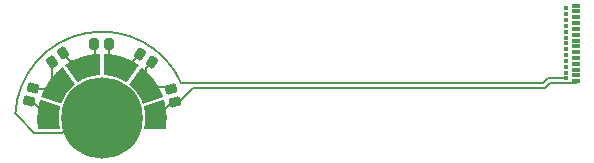
<source format=gtl>
%TF.GenerationSoftware,KiCad,Pcbnew,9.0.3*%
%TF.CreationDate,2025-08-08T19:50:08+03:00*%
%TF.ProjectId,Left,4c656674-2e6b-4696-9361-645f70636258,rev?*%
%TF.SameCoordinates,Original*%
%TF.FileFunction,Copper,L1,Top*%
%TF.FilePolarity,Positive*%
%FSLAX46Y46*%
G04 Gerber Fmt 4.6, Leading zero omitted, Abs format (unit mm)*
G04 Created by KiCad (PCBNEW 9.0.3) date 2025-08-08 19:50:08*
%MOMM*%
%LPD*%
G01*
G04 APERTURE LIST*
G04 Aperture macros list*
%AMRoundRect*
0 Rectangle with rounded corners*
0 $1 Rounding radius*
0 $2 $3 $4 $5 $6 $7 $8 $9 X,Y pos of 4 corners*
0 Add a 4 corners polygon primitive as box body*
4,1,4,$2,$3,$4,$5,$6,$7,$8,$9,$2,$3,0*
0 Add four circle primitives for the rounded corners*
1,1,$1+$1,$2,$3*
1,1,$1+$1,$4,$5*
1,1,$1+$1,$6,$7*
1,1,$1+$1,$8,$9*
0 Add four rect primitives between the rounded corners*
20,1,$1+$1,$2,$3,$4,$5,0*
20,1,$1+$1,$4,$5,$6,$7,0*
20,1,$1+$1,$6,$7,$8,$9,0*
20,1,$1+$1,$8,$9,$2,$3,0*%
%AMFreePoly0*
4,1,24,1.023536,0.953536,1.025000,0.950000,1.024903,0.949019,0.934970,0.499355,0.905008,0.000000,0.934970,-0.499355,1.034903,-0.999019,1.034160,-1.002774,1.031539,-1.004757,-0.668461,-1.554757,-0.672276,-1.554452,-0.674757,-1.551539,-0.674881,-1.551085,-0.854881,-0.741085,-0.854989,-0.740337,-0.904989,-0.000337,-0.904986,0.000374,-0.844986,0.800374,-0.844956,0.800661,-0.824956,0.950661,
-0.823037,0.953972,-0.820000,0.955000,1.020000,0.955000,1.023536,0.953536,1.023536,0.953536,$1*%
%AMFreePoly1*
4,1,24,-0.668462,1.554757,1.031539,1.004757,1.034452,1.002276,1.034903,0.999019,0.934970,0.499355,0.905008,0.000000,0.934970,-0.499355,1.034903,-0.999019,1.034160,-1.002774,1.031539,-1.004757,-0.668461,-1.554757,-0.672276,-1.554452,-0.674757,-1.551539,-0.674881,-1.551085,-0.854881,-0.741085,-0.854989,-0.740337,-0.904989,-0.000337,-0.904986,0.000374,-0.844986,0.800374,-0.844876,0.801105,
-0.674876,1.551105,-0.672667,1.554230,-0.668896,1.554876,-0.668462,1.554757,-0.668462,1.554757,$1*%
%AMFreePoly2*
4,1,27,0.393786,1.673266,0.394059,1.672919,1.444059,0.212919,1.444935,0.209194,1.443334,0.206274,1.063594,-0.133492,0.734066,-0.522935,0.484435,-0.932330,0.274565,-1.402040,0.271786,-1.404670,0.268444,-1.404752,-1.441556,-0.844752,-1.444460,-0.842260,-1.444752,-0.838444,-1.444572,-0.837975,-1.134572,-0.137975,-1.134260,-0.137383,-0.802997,0.401880,-0.793729,0.424257,-0.738222,0.507327,
-0.704260,0.562617,-0.703780,0.563273,-0.123780,1.233273,-0.123266,1.233786,0.386734,1.673786,0.390367,1.674986,0.393786,1.673266,0.393786,1.673266,$1*%
%AMFreePoly3*
4,1,24,-0.668461,1.554757,1.031539,1.004757,1.034452,1.002276,1.034903,0.999019,0.934970,0.499355,0.905011,0.000035,0.934970,-0.409408,1.024932,-0.949178,1.024069,-0.952906,1.020822,-0.954932,1.020000,-0.955000,-0.820000,-0.955000,-0.823536,-0.953536,-0.824954,-0.950680,-0.894954,-0.440680,-0.894999,-0.440114,-0.904999,-0.000114,-0.904986,0.000374,-0.844986,0.800374,-0.844876,0.801105,
-0.674876,1.551105,-0.672667,1.554230,-0.668895,1.554876,-0.668461,1.554757,-0.668461,1.554757,$1*%
G04 Aperture macros list end*
%TA.AperFunction,Conductor*%
%ADD10C,0.200000*%
%TD*%
%TA.AperFunction,SMDPad,CuDef*%
%ADD11RoundRect,0.200000X-0.014532X0.360262X-0.338139X0.125148X0.014532X-0.360262X0.338139X-0.125148X0*%
%TD*%
%TA.AperFunction,SMDPad,CuDef*%
%ADD12RoundRect,0.200000X0.338139X0.125148X0.014532X0.360262X-0.338139X-0.125148X-0.014532X-0.360262X0*%
%TD*%
%TA.AperFunction,SMDPad,CuDef*%
%ADD13RoundRect,0.200000X0.200000X0.300000X-0.200000X0.300000X-0.200000X-0.300000X0.200000X-0.300000X0*%
%TD*%
%TA.AperFunction,SMDPad,CuDef*%
%ADD14RoundRect,0.200000X-0.223514X0.282916X-0.347120X-0.097506X0.223514X-0.282916X0.347120X0.097506X0*%
%TD*%
%TA.AperFunction,SMDPad,CuDef*%
%ADD15R,0.700000X0.300000*%
%TD*%
%TA.AperFunction,SMDPad,CuDef*%
%ADD16R,0.460000X0.300000*%
%TD*%
%TA.AperFunction,SMDPad,CuDef*%
%ADD17RoundRect,0.200000X0.347120X-0.097506X0.223514X0.282916X-0.347120X0.097506X-0.223514X-0.282916X0*%
%TD*%
%TA.AperFunction,SMDPad,CuDef*%
%ADD18FreePoly0,180.000000*%
%TD*%
%TA.AperFunction,SMDPad,CuDef*%
%ADD19FreePoly1,216.000000*%
%TD*%
%TA.AperFunction,SMDPad,CuDef*%
%ADD20FreePoly1,252.000000*%
%TD*%
%TA.AperFunction,SMDPad,CuDef*%
%ADD21FreePoly1,288.000000*%
%TD*%
%TA.AperFunction,SMDPad,CuDef*%
%ADD22FreePoly2,0.000000*%
%TD*%
%TA.AperFunction,SMDPad,CuDef*%
%ADD23FreePoly3,0.000000*%
%TD*%
%TA.AperFunction,SMDPad,CuDef*%
%ADD24C,6.900000*%
%TD*%
%TA.AperFunction,SMDPad,CuDef*%
%ADD25C,1.000000*%
%TD*%
G04 APERTURE END LIST*
D10*
%TO.N,Net-(J1-Pin_2)*%
X101185621Y-99536369D02*
G75*
G02*
X115230000Y-96960000I7334379J-413631D01*
G01*
%TD*%
D11*
%TO.P,R4,1*%
%TO.N,Net-(R3-Pad2)*%
X105255410Y-94457329D03*
%TO.P,R4,2*%
%TO.N,Net-(R4-Pad2)*%
X104284590Y-95162671D03*
%TD*%
D12*
%TO.P,R2,1*%
%TO.N,Net-(R1-Pad2)*%
X112725410Y-95182671D03*
%TO.P,R2,2*%
%TO.N,Net-(R2-Pad2)*%
X111754590Y-94477329D03*
%TD*%
D13*
%TO.P,R3,1*%
%TO.N,Net-(R2-Pad2)*%
X109080000Y-93620000D03*
%TO.P,R3,2*%
%TO.N,Net-(R3-Pad2)*%
X107880000Y-93620000D03*
%TD*%
D14*
%TO.P,R5,1*%
%TO.N,Net-(R4-Pad2)*%
X102675410Y-97349366D03*
%TO.P,R5,2*%
%TO.N,Net-(R5-Pad2)*%
X102304590Y-98490634D03*
%TD*%
D15*
%TO.P,J1,1,Pin_1*%
%TO.N,Net-(J1-Pin_1)*%
X148650000Y-96820000D03*
D16*
%TO.P,J1,2,Pin_2*%
%TO.N,Net-(J1-Pin_2)*%
X147820000Y-96570000D03*
D15*
%TO.P,J1,3*%
%TO.N,N/C*%
X148650000Y-96320000D03*
D16*
%TO.P,J1,4*%
X147820000Y-96070000D03*
D15*
%TO.P,J1,5*%
X148650000Y-95830000D03*
D16*
%TO.P,J1,6*%
X147820000Y-95580000D03*
D15*
%TO.P,J1,7*%
X148650000Y-95330000D03*
D16*
%TO.P,J1,8*%
X147820000Y-95080000D03*
D15*
%TO.P,J1,9*%
X148650000Y-94840000D03*
D16*
%TO.P,J1,10*%
X147820000Y-94590000D03*
D15*
%TO.P,J1,11*%
X148650000Y-94350000D03*
D16*
%TO.P,J1,12*%
X147820000Y-94100000D03*
D15*
%TO.P,J1,13*%
X148650000Y-93850000D03*
D16*
%TO.P,J1,14*%
X147820000Y-93600000D03*
D15*
%TO.P,J1,15*%
X148650000Y-93360000D03*
D16*
%TO.P,J1,16*%
X147820000Y-93110000D03*
D15*
%TO.P,J1,17*%
X148650000Y-92860000D03*
D16*
%TO.P,J1,18*%
X147820000Y-92610000D03*
D15*
%TO.P,J1,19*%
X148650000Y-92380000D03*
D16*
%TO.P,J1,20*%
X147820000Y-92130000D03*
D15*
%TO.P,J1,21*%
X148650000Y-91880000D03*
D16*
%TO.P,J1,22*%
X147820000Y-91630000D03*
D15*
%TO.P,J1,23*%
X148650000Y-91390000D03*
D16*
%TO.P,J1,24*%
X147820000Y-91140000D03*
D15*
%TO.P,J1,25*%
X148650000Y-90890000D03*
D16*
%TO.P,J1,26*%
X147820000Y-90640000D03*
D15*
%TO.P,J1,27*%
X148650000Y-90400000D03*
%TD*%
D17*
%TO.P,R1,1*%
%TO.N,Net-(J1-Pin_1)*%
X114725410Y-98590634D03*
%TO.P,R1,2*%
%TO.N,Net-(R1-Pad2)*%
X114354590Y-97449366D03*
%TD*%
D18*
%TO.P,SW1,1*%
%TO.N,Net-(J1-Pin_1)*%
X113120000Y-99950000D03*
D19*
%TO.P,SW1,2*%
%TO.N,Net-(R1-Pad2)*%
X112260000Y-97260000D03*
D20*
%TO.P,SW1,3*%
%TO.N,Net-(R2-Pad2)*%
X109970000Y-95580000D03*
D21*
%TO.P,SW1,4*%
%TO.N,Net-(R3-Pad2)*%
X107070000Y-95580000D03*
D22*
%TO.P,SW1,5*%
%TO.N,Net-(R4-Pad2)*%
X104780000Y-97260000D03*
D23*
%TO.P,SW1,6*%
%TO.N,Net-(R5-Pad2)*%
X103920000Y-99950000D03*
D24*
%TO.P,SW1,7*%
%TO.N,Net-(J1-Pin_2)*%
X108520000Y-99950000D03*
D25*
X111290000Y-100980000D03*
%TD*%
D10*
%TO.N,Net-(R1-Pad2)*%
X112260000Y-95648081D02*
X112725410Y-95182671D01*
X112260000Y-97260000D02*
X112260000Y-95648081D01*
X112280000Y-97280000D02*
X114185224Y-97280000D01*
X112360000Y-97260000D02*
X112777547Y-97677547D01*
X112725410Y-95182671D02*
X112528465Y-95182671D01*
X112260000Y-97260000D02*
X112280000Y-97280000D01*
X112260000Y-97260000D02*
X112360000Y-97260000D01*
X114185224Y-97280000D02*
X114354590Y-97449366D01*
%TO.N,Net-(J1-Pin_1)*%
X116210000Y-97400000D02*
X115019366Y-98590634D01*
X146020000Y-97400000D02*
X116210000Y-97400000D01*
X113120000Y-99950000D02*
X114479366Y-98590634D01*
X115019366Y-98590634D02*
X114725410Y-98590634D01*
X114479366Y-98590634D02*
X114725410Y-98590634D01*
X146470000Y-96950000D02*
X146020000Y-97400000D01*
X148780000Y-96795000D02*
X148625000Y-96950000D01*
X114523886Y-98389110D02*
X114523886Y-98379338D01*
X148625000Y-96950000D02*
X146470000Y-96950000D01*
%TO.N,Net-(R2-Pad2)*%
X110651919Y-95580000D02*
X111754590Y-94477329D01*
X109090000Y-94700000D02*
X109090000Y-93630000D01*
X109970000Y-95580000D02*
X110651919Y-95580000D01*
X111754590Y-94482329D02*
X111689590Y-94547329D01*
X109970000Y-95580000D02*
X109090000Y-94700000D01*
X109090000Y-93630000D02*
X109080000Y-93620000D01*
X111754590Y-94477329D02*
X111754590Y-94482329D01*
X109970000Y-95580000D02*
X110010000Y-95580000D01*
%TO.N,Net-(R3-Pad2)*%
X105800000Y-95110000D02*
X106600000Y-95110000D01*
X107070000Y-95580000D02*
X107900000Y-94750000D01*
X107900000Y-94750000D02*
X107900000Y-93640000D01*
X105398081Y-94708081D02*
X105800000Y-95110000D01*
X107900000Y-93640000D02*
X107880000Y-93620000D01*
X106600000Y-95110000D02*
X106801299Y-95311299D01*
X105398081Y-94600000D02*
X105398081Y-94708081D01*
X105255410Y-94457329D02*
X105398081Y-94600000D01*
%TO.N,Net-(R4-Pad2)*%
X104540000Y-97500000D02*
X102848044Y-97500000D01*
X104270000Y-96750000D02*
X104270000Y-95177261D01*
X104398398Y-95265267D02*
X104562978Y-95100687D01*
X104284590Y-95162671D02*
X104387186Y-95265267D01*
X102848044Y-97500000D02*
X102680496Y-97667548D01*
X104387186Y-95265267D02*
X104398398Y-95265267D01*
X104780000Y-97260000D02*
X104270000Y-96750000D01*
X104270000Y-95177261D02*
X104284590Y-95162671D01*
X104780000Y-97260000D02*
X104540000Y-97500000D01*
%TO.N,Net-(R5-Pad2)*%
X103920000Y-99950000D02*
X103920000Y-99830000D01*
X102482726Y-98392726D02*
X102482726Y-98276224D01*
X103920000Y-99830000D02*
X102482726Y-98392726D01*
%TO.N,Net-(J1-Pin_2)*%
X115625000Y-96975000D02*
X145845000Y-96975000D01*
X115610000Y-96960000D02*
X115625000Y-96975000D01*
X105886028Y-98913057D02*
X105886028Y-100388972D01*
X105780000Y-101000000D02*
X105625000Y-101155000D01*
X105886028Y-100388972D02*
X105100000Y-101175000D01*
X107413208Y-97385877D02*
X105886028Y-98913057D01*
X101375000Y-99750000D02*
X101375000Y-99725748D01*
X108510000Y-99970000D02*
X108500000Y-99970000D01*
X111290000Y-100980000D02*
X111290000Y-99089085D01*
X105100000Y-101175000D02*
X102800000Y-101175000D01*
X111290000Y-99089085D02*
X109586792Y-97385877D01*
X145845000Y-96975000D02*
X146250000Y-96570000D01*
X146250000Y-96570000D02*
X147820000Y-96570000D01*
X101375000Y-99725748D02*
X101185621Y-99536369D01*
X102800000Y-101175000D02*
X101375000Y-99750000D01*
X115230000Y-96960000D02*
X115610000Y-96960000D01*
X109586792Y-97385877D02*
X107413208Y-97385877D01*
%TD*%
M02*

</source>
